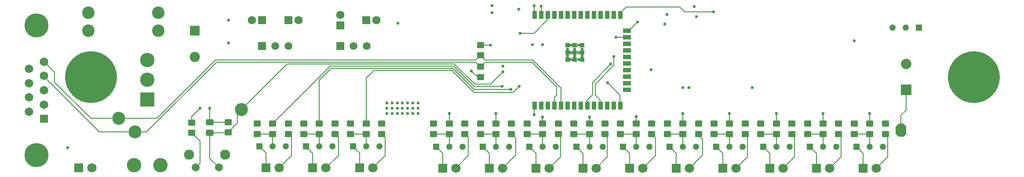
<source format=gbr>
%TF.GenerationSoftware,KiCad,Pcbnew,9.0.1*%
%TF.CreationDate,2025-06-18T18:38:46+02:00*%
%TF.ProjectId,open_g_db,6f70656e-5f67-45f6-9462-2e6b69636164,rev?*%
%TF.SameCoordinates,Original*%
%TF.FileFunction,Copper,L4,Bot*%
%TF.FilePolarity,Positive*%
%FSLAX46Y46*%
G04 Gerber Fmt 4.6, Leading zero omitted, Abs format (unit mm)*
G04 Created by KiCad (PCBNEW 9.0.1) date 2025-06-18 18:38:46*
%MOMM*%
%LPD*%
G01*
G04 APERTURE LIST*
G04 Aperture macros list*
%AMRoundRect*
0 Rectangle with rounded corners*
0 $1 Rounding radius*
0 $2 $3 $4 $5 $6 $7 $8 $9 X,Y pos of 4 corners*
0 Add a 4 corners polygon primitive as box body*
4,1,4,$2,$3,$4,$5,$6,$7,$8,$9,$2,$3,0*
0 Add four circle primitives for the rounded corners*
1,1,$1+$1,$2,$3*
1,1,$1+$1,$4,$5*
1,1,$1+$1,$6,$7*
1,1,$1+$1,$8,$9*
0 Add four rect primitives between the rounded corners*
20,1,$1+$1,$2,$3,$4,$5,0*
20,1,$1+$1,$4,$5,$6,$7,0*
20,1,$1+$1,$6,$7,$8,$9,0*
20,1,$1+$1,$8,$9,$2,$3,0*%
G04 Aperture macros list end*
%TA.AperFunction,ComponentPad*%
%ADD10R,1.800000X1.800000*%
%TD*%
%TA.AperFunction,ComponentPad*%
%ADD11C,1.800000*%
%TD*%
%TA.AperFunction,ComponentPad*%
%ADD12R,1.234000X1.234000*%
%TD*%
%TA.AperFunction,ComponentPad*%
%ADD13C,1.234000*%
%TD*%
%TA.AperFunction,ComponentPad*%
%ADD14R,1.600000X1.600000*%
%TD*%
%TA.AperFunction,ComponentPad*%
%ADD15C,1.600000*%
%TD*%
%TA.AperFunction,ComponentPad*%
%ADD16R,1.650000X1.650000*%
%TD*%
%TA.AperFunction,ComponentPad*%
%ADD17C,1.650000*%
%TD*%
%TA.AperFunction,ComponentPad*%
%ADD18C,4.650000*%
%TD*%
%TA.AperFunction,ComponentPad*%
%ADD19R,2.000000X2.000000*%
%TD*%
%TA.AperFunction,ComponentPad*%
%ADD20C,2.000000*%
%TD*%
%TA.AperFunction,ComponentPad*%
%ADD21C,0.900000*%
%TD*%
%TA.AperFunction,ComponentPad*%
%ADD22C,10.000000*%
%TD*%
%TA.AperFunction,ComponentPad*%
%ADD23R,1.500000X1.500000*%
%TD*%
%TA.AperFunction,ComponentPad*%
%ADD24C,1.500000*%
%TD*%
%TA.AperFunction,ComponentPad*%
%ADD25C,1.540000*%
%TD*%
%TA.AperFunction,ComponentPad*%
%ADD26C,1.950000*%
%TD*%
%TA.AperFunction,ComponentPad*%
%ADD27C,2.400000*%
%TD*%
%TA.AperFunction,ComponentPad*%
%ADD28R,1.980000X1.980000*%
%TD*%
%TA.AperFunction,ComponentPad*%
%ADD29C,1.980000*%
%TD*%
%TA.AperFunction,ComponentPad*%
%ADD30R,2.775000X2.775000*%
%TD*%
%TA.AperFunction,ComponentPad*%
%ADD31C,2.775000*%
%TD*%
%TA.AperFunction,SMDPad,CuDef*%
%ADD32RoundRect,0.250000X-0.450000X0.350000X-0.450000X-0.350000X0.450000X-0.350000X0.450000X0.350000X0*%
%TD*%
%TA.AperFunction,SMDPad,CuDef*%
%ADD33C,2.500000*%
%TD*%
%TA.AperFunction,SMDPad,CuDef*%
%ADD34RoundRect,0.250000X0.475000X-0.337500X0.475000X0.337500X-0.475000X0.337500X-0.475000X-0.337500X0*%
%TD*%
%TA.AperFunction,SMDPad,CuDef*%
%ADD35RoundRect,0.250000X0.450000X-0.350000X0.450000X0.350000X-0.450000X0.350000X-0.450000X-0.350000X0*%
%TD*%
%TA.AperFunction,SMDPad,CuDef*%
%ADD36R,0.900000X1.500000*%
%TD*%
%TA.AperFunction,SMDPad,CuDef*%
%ADD37R,1.500000X0.900000*%
%TD*%
%TA.AperFunction,HeatsinkPad*%
%ADD38R,0.900000X0.900000*%
%TD*%
%TA.AperFunction,HeatsinkPad*%
%ADD39C,0.600000*%
%TD*%
%TA.AperFunction,ViaPad*%
%ADD40C,0.600000*%
%TD*%
%TA.AperFunction,Conductor*%
%ADD41C,0.200000*%
%TD*%
G04 APERTURE END LIST*
D10*
%TO.P,D13,1,K*%
%TO.N,Net-(D13-K)*%
X181730000Y-92595000D03*
D11*
%TO.P,D13,2,A*%
%TO.N,Net-(D13-A)*%
X184270000Y-92595000D03*
%TD*%
D10*
%TO.P,D11,1,K*%
%TO.N,Net-(D11-K)*%
X163730000Y-92595000D03*
D11*
%TO.P,D11,2,A*%
%TO.N,Net-(D11-A)*%
X166270000Y-92595000D03*
%TD*%
D12*
%TO.P,Q4,1*%
%TO.N,Net-(D6-K)*%
X110460000Y-88400000D03*
D13*
%TO.P,Q4,2*%
%TO.N,Net-(Q4-Pad2)*%
X113000000Y-88400000D03*
%TO.P,Q4,3*%
%TO.N,GND*%
X115540000Y-88400000D03*
%TD*%
D14*
%TO.P,C4,1*%
%TO.N,+12V*%
X93000000Y-64000000D03*
D15*
%TO.P,C4,2*%
%TO.N,GND*%
X91000000Y-64000000D03*
%TD*%
D14*
%TO.P,C10,1*%
%TO.N,+5V*%
X113000000Y-64000000D03*
D15*
%TO.P,C10,2*%
%TO.N,GND*%
X115000000Y-64000000D03*
%TD*%
D10*
%TO.P,D16,1,K*%
%TO.N,Net-(D16-K)*%
X208730000Y-92595000D03*
D11*
%TO.P,D16,2,A*%
%TO.N,Net-(D16-A)*%
X211270000Y-92595000D03*
%TD*%
D16*
%TO.P,J1,1,1*%
%TO.N,GND*%
X50940000Y-83085000D03*
D17*
%TO.P,J1,2,2*%
%TO.N,+12V*%
X50940000Y-80315000D03*
%TO.P,J1,3,3*%
%TO.N,unconnected-(J1-Pad3)*%
X50940000Y-77545000D03*
%TO.P,J1,4,4*%
%TO.N,/UART_1_TX*%
X50940000Y-74775000D03*
%TO.P,J1,5,5*%
%TO.N,/UART_1_RX*%
X50940000Y-72005000D03*
%TO.P,J1,6,6*%
%TO.N,unconnected-(J1-Pad6)*%
X48100000Y-81700000D03*
%TO.P,J1,7,7*%
%TO.N,+12P*%
X48100000Y-78930000D03*
%TO.P,J1,8,8*%
%TO.N,GND*%
X48100000Y-76160000D03*
%TO.P,J1,9,9*%
%TO.N,unconnected-(J1-Pad9)*%
X48100000Y-73390000D03*
D18*
%TO.P,J1,MH1*%
%TO.N,N/C*%
X49520000Y-90040000D03*
%TO.P,J1,MH2*%
X49520000Y-65050000D03*
%TD*%
D12*
%TO.P,Q3,1*%
%TO.N,Net-(D5-K)*%
X101460000Y-88400000D03*
D13*
%TO.P,Q3,2*%
%TO.N,Net-(Q3-Pad2)*%
X104000000Y-88400000D03*
%TO.P,Q3,3*%
%TO.N,GND*%
X106540000Y-88400000D03*
%TD*%
D12*
%TO.P,Q12,1*%
%TO.N,Net-(D14-K)*%
X189460000Y-88430000D03*
D13*
%TO.P,Q12,2*%
%TO.N,Net-(Q12-Pad2)*%
X192000000Y-88430000D03*
%TO.P,Q12,3*%
%TO.N,GND*%
X194540000Y-88430000D03*
%TD*%
D19*
%TO.P,LS1,1,+*%
%TO.N,LED_PWR*%
X217000000Y-77500000D03*
D20*
%TO.P,LS1,2,-*%
%TO.N,Net-(D3-A)*%
X217000000Y-72500000D03*
%TD*%
D21*
%TO.P,H2,1*%
%TO.N,N/C*%
X56250000Y-75000000D03*
X57348350Y-72348350D03*
X57348350Y-77651650D03*
X60000000Y-71250000D03*
D22*
X60000000Y-75000000D03*
D21*
X60000000Y-78750000D03*
X62651650Y-72348350D03*
X62651650Y-77651650D03*
X63750000Y-75000000D03*
%TD*%
D10*
%TO.P,D15,1,K*%
%TO.N,Net-(D15-K)*%
X199730000Y-92595000D03*
D11*
%TO.P,D15,2,A*%
%TO.N,Net-(D15-A)*%
X202270000Y-92595000D03*
%TD*%
D12*
%TO.P,Q9,1*%
%TO.N,Net-(D11-K)*%
X162460000Y-88430000D03*
D13*
%TO.P,Q9,2*%
%TO.N,Net-(Q9-Pad2)*%
X165000000Y-88430000D03*
%TO.P,Q9,3*%
%TO.N,GND*%
X167540000Y-88430000D03*
%TD*%
D12*
%TO.P,Q13,1*%
%TO.N,Net-(D15-K)*%
X198460000Y-88430000D03*
D13*
%TO.P,Q13,2*%
%TO.N,Net-(Q13-Pad2)*%
X201000000Y-88430000D03*
%TO.P,Q13,3*%
%TO.N,GND*%
X203540000Y-88430000D03*
%TD*%
D12*
%TO.P,Q1,1*%
%TO.N,Net-(D3-A)*%
X219440000Y-65470000D03*
D13*
%TO.P,Q1,2*%
%TO.N,Net-(Q1-Pad2)*%
X216900000Y-65470000D03*
%TO.P,Q1,3*%
%TO.N,GND*%
X214360001Y-65470000D03*
%TD*%
D23*
%TO.P,PS2,1,+VIN*%
%TO.N,+12V*%
X108000000Y-69000000D03*
D24*
%TO.P,PS2,2,-VOUT*%
%TO.N,GND*%
X110540000Y-69000000D03*
%TO.P,PS2,3,GND*%
%TO.N,+5V*%
X113080000Y-69000000D03*
%TD*%
D10*
%TO.P,D10,1,K*%
%TO.N,Net-(D10-K)*%
X154730000Y-92595000D03*
D11*
%TO.P,D10,2,A*%
%TO.N,Net-(D10-A)*%
X157270000Y-92595000D03*
%TD*%
D12*
%TO.P,Q10,1*%
%TO.N,Net-(D12-K)*%
X171460000Y-88430000D03*
D13*
%TO.P,Q10,2*%
%TO.N,Net-(Q10-Pad2)*%
X174000000Y-88430000D03*
%TO.P,Q10,3*%
%TO.N,GND*%
X176540000Y-88430000D03*
%TD*%
D10*
%TO.P,D4,1,K*%
%TO.N,Net-(D4-K)*%
X93730000Y-92565000D03*
D11*
%TO.P,D4,2,A*%
%TO.N,Net-(D4-A)*%
X96270000Y-92565000D03*
%TD*%
D10*
%TO.P,D6,1,K*%
%TO.N,Net-(D6-K)*%
X111730000Y-92565000D03*
D11*
%TO.P,D6,2,A*%
%TO.N,Net-(D6-A)*%
X114270000Y-92565000D03*
%TD*%
D10*
%TO.P,D12,1,K*%
%TO.N,Net-(D12-K)*%
X172730000Y-92595000D03*
D11*
%TO.P,D12,2,A*%
%TO.N,Net-(D12-A)*%
X175270000Y-92595000D03*
%TD*%
D14*
%TO.P,C5,1*%
%TO.N,+3V3*%
X98000000Y-64000000D03*
D15*
%TO.P,C5,2*%
%TO.N,GND*%
X100000000Y-64000000D03*
%TD*%
D12*
%TO.P,Q5,1*%
%TO.N,Net-(D7-K)*%
X126460000Y-88430000D03*
D13*
%TO.P,Q5,2*%
%TO.N,Net-(Q5-Pad2)*%
X129000000Y-88430000D03*
%TO.P,Q5,3*%
%TO.N,GND*%
X131540000Y-88430000D03*
%TD*%
D25*
%TO.P,J2,1,1*%
%TO.N,Net-(J2-Pad1)*%
X80135000Y-92490000D03*
%TO.P,J2,2,2*%
%TO.N,/QUERY_BTN*%
X84635000Y-92490000D03*
D26*
%TO.P,J2,3,3*%
%TO.N,unconnected-(J2-Pad3)*%
X85890000Y-90000000D03*
%TO.P,J2,4,4*%
%TO.N,unconnected-(J2-Pad4)*%
X78880000Y-90000000D03*
%TD*%
D12*
%TO.P,Q6,1*%
%TO.N,Net-(D8-K)*%
X135460000Y-88430000D03*
D13*
%TO.P,Q6,2*%
%TO.N,Net-(Q6-Pad2)*%
X138000000Y-88430000D03*
%TO.P,Q6,3*%
%TO.N,GND*%
X140540000Y-88430000D03*
%TD*%
D27*
%TO.P,F1,1*%
%TO.N,+12V*%
X73000000Y-66000000D03*
X73000000Y-62600000D03*
%TO.P,F1,2*%
%TO.N,Net-(S1-COM)*%
X59530000Y-66000000D03*
X59530000Y-62600000D03*
%TD*%
D10*
%TO.P,D7,1,K*%
%TO.N,Net-(D7-K)*%
X127730000Y-92595000D03*
D11*
%TO.P,D7,2,A*%
%TO.N,Net-(D7-A)*%
X130270000Y-92595000D03*
%TD*%
D28*
%TO.P,D1,1*%
%TO.N,+12V*%
X80000000Y-66000000D03*
D29*
%TO.P,D1,2*%
%TO.N,GND*%
X80000000Y-71150000D03*
%TD*%
D14*
%TO.P,C9,1*%
%TO.N,+12V*%
X108000000Y-65000000D03*
D15*
%TO.P,C9,2*%
%TO.N,GND*%
X108000000Y-63000000D03*
%TD*%
D21*
%TO.P,H1,1*%
%TO.N,N/C*%
X226250000Y-75000000D03*
X227348350Y-72348350D03*
X227348350Y-77651650D03*
X230000000Y-71250000D03*
D22*
X230000000Y-75000000D03*
D21*
X230000000Y-78750000D03*
X232651650Y-72348350D03*
X232651650Y-77651650D03*
X233750000Y-75000000D03*
%TD*%
D12*
%TO.P,Q2,1*%
%TO.N,Net-(D4-K)*%
X92460000Y-88400000D03*
D13*
%TO.P,Q2,2*%
%TO.N,Net-(Q2-Pad2)*%
X95000000Y-88400000D03*
%TO.P,Q2,3*%
%TO.N,GND*%
X97540000Y-88400000D03*
%TD*%
D23*
%TO.P,PS1,1,+VIN*%
%TO.N,+12V*%
X93000000Y-69035000D03*
D24*
%TO.P,PS1,2,GND*%
%TO.N,GND*%
X95540000Y-69035000D03*
%TO.P,PS1,3,+VOUT*%
%TO.N,+3V3*%
X98080000Y-69035000D03*
%TD*%
D10*
%TO.P,D5,1,K*%
%TO.N,Net-(D5-K)*%
X102730000Y-92565000D03*
D11*
%TO.P,D5,2,A*%
%TO.N,Net-(D5-A)*%
X105270000Y-92565000D03*
%TD*%
D12*
%TO.P,Q14,1*%
%TO.N,Net-(D16-K)*%
X207460000Y-88430000D03*
D13*
%TO.P,Q14,2*%
%TO.N,Net-(Q14-Pad2)*%
X210000000Y-88430000D03*
%TO.P,Q14,3*%
%TO.N,GND*%
X212540000Y-88430000D03*
%TD*%
D30*
%TO.P,S1,1,NO*%
%TO.N,+12P*%
X70900000Y-79300000D03*
D31*
%TO.P,S1,2,COM*%
%TO.N,Net-(S1-COM)*%
X70900000Y-75490000D03*
%TO.P,S1,3,NC*%
%TO.N,unconnected-(S1-NC-Pad3)*%
X70900000Y-71680000D03*
%TO.P,S1,MH1,MH1*%
%TO.N,unconnected-(S1-PadMH1)*%
X73440000Y-92000000D03*
%TO.P,S1,MH2,MH2*%
%TO.N,unconnected-(S1-PadMH2)*%
X68360000Y-92000000D03*
%TD*%
D12*
%TO.P,Q11,1*%
%TO.N,Net-(D13-K)*%
X180460000Y-88430000D03*
D13*
%TO.P,Q11,2*%
%TO.N,Net-(Q11-Pad2)*%
X183000000Y-88430000D03*
%TO.P,Q11,3*%
%TO.N,GND*%
X185540000Y-88430000D03*
%TD*%
D12*
%TO.P,Q7,1*%
%TO.N,Net-(D9-K)*%
X144460000Y-88430000D03*
D13*
%TO.P,Q7,2*%
%TO.N,Net-(Q7-Pad2)*%
X147000000Y-88430000D03*
%TO.P,Q7,3*%
%TO.N,GND*%
X149540000Y-88430000D03*
%TD*%
D12*
%TO.P,Q8,1*%
%TO.N,Net-(D10-K)*%
X153460000Y-88430000D03*
D13*
%TO.P,Q8,2*%
%TO.N,Net-(Q8-Pad2)*%
X156000000Y-88430000D03*
%TO.P,Q8,3*%
%TO.N,GND*%
X158540000Y-88430000D03*
%TD*%
D10*
%TO.P,D8,1,K*%
%TO.N,Net-(D8-K)*%
X136730000Y-92595000D03*
D11*
%TO.P,D8,2,A*%
%TO.N,Net-(D8-A)*%
X139270000Y-92595000D03*
%TD*%
D10*
%TO.P,D2,1,K*%
%TO.N,GND*%
X57630000Y-92565000D03*
D11*
%TO.P,D2,2,A*%
%TO.N,Net-(D2-A)*%
X60170000Y-92565000D03*
%TD*%
D10*
%TO.P,D14,1,K*%
%TO.N,Net-(D14-K)*%
X190730000Y-92595000D03*
D11*
%TO.P,D14,2,A*%
%TO.N,Net-(D14-A)*%
X193270000Y-92595000D03*
%TD*%
D10*
%TO.P,D9,1,K*%
%TO.N,Net-(D9-K)*%
X145730000Y-92595000D03*
D11*
%TO.P,D9,2,A*%
%TO.N,Net-(D9-A)*%
X148270000Y-92595000D03*
%TD*%
D32*
%TO.P,R51,1*%
%TO.N,GND*%
X198000000Y-84000000D03*
%TO.P,R51,2*%
%TO.N,Net-(Q13-Pad2)*%
X198000000Y-86000000D03*
%TD*%
D33*
%TO.P,TP4,1,1*%
%TO.N,/QUERY_BTN*%
X89000000Y-81300000D03*
%TD*%
D32*
%TO.P,R22,1*%
%TO.N,GND*%
X110000000Y-84000000D03*
%TO.P,R22,2*%
%TO.N,Net-(Q4-Pad2)*%
X110000000Y-86000000D03*
%TD*%
%TO.P,R48,1*%
%TO.N,GND*%
X171000000Y-84000000D03*
%TO.P,R48,2*%
%TO.N,Net-(Q10-Pad2)*%
X171000000Y-86000000D03*
%TD*%
%TO.P,R32,1*%
%TO.N,LED_PWR*%
X213000000Y-84000000D03*
%TO.P,R32,2*%
%TO.N,Net-(D16-A)*%
X213000000Y-86000000D03*
%TD*%
%TO.P,R5,1*%
%TO.N,+3V3*%
X79400000Y-83800000D03*
%TO.P,R5,2*%
%TO.N,Net-(J2-Pad1)*%
X79400000Y-85800000D03*
%TD*%
D34*
%TO.P,C6,1*%
%TO.N,/QUERY_BTN*%
X82900000Y-85775000D03*
%TO.P,C6,2*%
%TO.N,GND*%
X82900000Y-83700000D03*
%TD*%
D35*
%TO.P,R9,1*%
%TO.N,+3V3*%
X135000000Y-75000000D03*
%TO.P,R9,2*%
%TO.N,/UART_1_TX*%
X135000000Y-73000000D03*
%TD*%
D32*
%TO.P,R21,1*%
%TO.N,GND*%
X101000000Y-84000000D03*
%TO.P,R21,2*%
%TO.N,Net-(Q3-Pad2)*%
X101000000Y-86000000D03*
%TD*%
%TO.P,R6,1*%
%TO.N,+3V3*%
X135000000Y-68800000D03*
%TO.P,R6,2*%
%TO.N,/UART_1_RX*%
X135000000Y-70800000D03*
%TD*%
%TO.P,R40,1*%
%TO.N,/Portexpander_LED/DP_LED_8*%
X192000000Y-84000000D03*
%TO.P,R40,2*%
%TO.N,Net-(Q12-Pad2)*%
X192000000Y-86000000D03*
%TD*%
%TO.P,R41,1*%
%TO.N,/Portexpander_LED/DP_LED_9*%
X201000000Y-84000000D03*
%TO.P,R41,2*%
%TO.N,Net-(Q13-Pad2)*%
X201000000Y-86000000D03*
%TD*%
%TO.P,R35,1*%
%TO.N,/Portexpander_LED/DP_LED_3*%
X147000000Y-84000000D03*
%TO.P,R35,2*%
%TO.N,Net-(Q7-Pad2)*%
X147000000Y-86000000D03*
%TD*%
%TO.P,R49,1*%
%TO.N,GND*%
X180000000Y-84000000D03*
%TO.P,R49,2*%
%TO.N,Net-(Q11-Pad2)*%
X180000000Y-86000000D03*
%TD*%
%TO.P,R25,1*%
%TO.N,LED_PWR*%
X150000000Y-84000000D03*
%TO.P,R25,2*%
%TO.N,Net-(D9-A)*%
X150000000Y-86000000D03*
%TD*%
%TO.P,R42,1*%
%TO.N,/Portexpander_LED/DP_LED_10*%
X210000000Y-84000000D03*
%TO.P,R42,2*%
%TO.N,Net-(Q14-Pad2)*%
X210000000Y-86000000D03*
%TD*%
%TO.P,R38,1*%
%TO.N,/Portexpander_LED/DP_LED_6*%
X174000000Y-84000000D03*
%TO.P,R38,2*%
%TO.N,Net-(Q10-Pad2)*%
X174000000Y-86000000D03*
%TD*%
%TO.P,R44,1*%
%TO.N,GND*%
X135000000Y-84000000D03*
%TO.P,R44,2*%
%TO.N,Net-(Q6-Pad2)*%
X135000000Y-86000000D03*
%TD*%
%TO.P,R52,1*%
%TO.N,GND*%
X207000000Y-84000000D03*
%TO.P,R52,2*%
%TO.N,Net-(Q14-Pad2)*%
X207000000Y-86000000D03*
%TD*%
D35*
%TO.P,R8,1*%
%TO.N,/QUERY_BTN*%
X86400000Y-85700000D03*
%TO.P,R8,2*%
%TO.N,GND*%
X86400000Y-83700000D03*
%TD*%
D32*
%TO.P,R43,1*%
%TO.N,GND*%
X126000000Y-84000000D03*
%TO.P,R43,2*%
%TO.N,Net-(Q5-Pad2)*%
X126000000Y-86000000D03*
%TD*%
%TO.P,R19,1*%
%TO.N,/Portexpander_LED/IND_LED_3*%
X113000000Y-84000000D03*
%TO.P,R19,2*%
%TO.N,Net-(Q4-Pad2)*%
X113000000Y-86000000D03*
%TD*%
%TO.P,R24,1*%
%TO.N,LED_PWR*%
X141000000Y-84000000D03*
%TO.P,R24,2*%
%TO.N,Net-(D8-A)*%
X141000000Y-86000000D03*
%TD*%
%TO.P,R27,1*%
%TO.N,LED_PWR*%
X168000000Y-84000000D03*
%TO.P,R27,2*%
%TO.N,Net-(D11-A)*%
X168000000Y-86000000D03*
%TD*%
%TO.P,R20,1*%
%TO.N,GND*%
X92000000Y-84000000D03*
%TO.P,R20,2*%
%TO.N,Net-(Q2-Pad2)*%
X92000000Y-86000000D03*
%TD*%
%TO.P,R16,1*%
%TO.N,LED_PWR*%
X116000000Y-84000000D03*
%TO.P,R16,2*%
%TO.N,Net-(D6-A)*%
X116000000Y-86000000D03*
%TD*%
%TO.P,R30,1*%
%TO.N,LED_PWR*%
X195000000Y-84000000D03*
%TO.P,R30,2*%
%TO.N,Net-(D14-A)*%
X195000000Y-86000000D03*
%TD*%
%TO.P,R15,1*%
%TO.N,LED_PWR*%
X107000000Y-84000000D03*
%TO.P,R15,2*%
%TO.N,Net-(D5-A)*%
X107000000Y-86000000D03*
%TD*%
%TO.P,R14,1*%
%TO.N,LED_PWR*%
X98000000Y-84000000D03*
%TO.P,R14,2*%
%TO.N,Net-(D4-A)*%
X98000000Y-86000000D03*
%TD*%
%TO.P,R31,1*%
%TO.N,LED_PWR*%
X204000000Y-84000000D03*
%TO.P,R31,2*%
%TO.N,Net-(D15-A)*%
X204000000Y-86000000D03*
%TD*%
%TO.P,R33,1*%
%TO.N,/Portexpander_LED/DP_LED_1*%
X129000000Y-84000000D03*
%TO.P,R33,2*%
%TO.N,Net-(Q5-Pad2)*%
X129000000Y-86000000D03*
%TD*%
D36*
%TO.P,U1,1,GND*%
%TO.N,GND*%
X145460000Y-63000000D03*
%TO.P,U1,2,VDD*%
%TO.N,+3V3*%
X146730000Y-63000000D03*
%TO.P,U1,3,EN*%
%TO.N,/ESP2_EN*%
X148000000Y-63000000D03*
%TO.P,U1,4,SENSOR_VP*%
%TO.N,unconnected-(U1-SENSOR_VP-Pad4)*%
X149270000Y-63000000D03*
%TO.P,U1,5,SENSOR_VN*%
%TO.N,unconnected-(U1-SENSOR_VN-Pad5)*%
X150540000Y-63000000D03*
%TO.P,U1,6,IO34*%
%TO.N,unconnected-(U1-IO34-Pad6)*%
X151810000Y-63000000D03*
%TO.P,U1,7,IO35*%
%TO.N,unconnected-(U1-IO35-Pad7)*%
X153080000Y-63000000D03*
%TO.P,U1,8,IO32*%
%TO.N,unconnected-(U1-IO32-Pad8)*%
X154350000Y-63000000D03*
%TO.P,U1,9,IO33*%
%TO.N,unconnected-(U1-IO33-Pad9)*%
X155620000Y-63000000D03*
%TO.P,U1,10,IO25*%
%TO.N,unconnected-(U1-IO25-Pad10)*%
X156890000Y-63000000D03*
%TO.P,U1,11,IO26*%
%TO.N,unconnected-(U1-IO26-Pad11)*%
X158160000Y-63000000D03*
%TO.P,U1,12,IO27*%
%TO.N,unconnected-(U1-IO27-Pad12)*%
X159430000Y-63000000D03*
%TO.P,U1,13,IO14*%
%TO.N,unconnected-(U1-IO14-Pad13)*%
X160700000Y-63000000D03*
%TO.P,U1,14,IO12*%
%TO.N,/BUZZER_EN*%
X161970000Y-63000000D03*
D37*
%TO.P,U1,15,GND*%
%TO.N,GND*%
X163220000Y-66035000D03*
%TO.P,U1,16,IO13*%
%TO.N,/QUERY_BTN*%
X163220000Y-67305000D03*
%TO.P,U1,17,NC*%
%TO.N,unconnected-(U1-NC-Pad17)*%
X163220000Y-68575000D03*
%TO.P,U1,18,NC*%
%TO.N,unconnected-(U1-NC-Pad18)*%
X163220000Y-69845000D03*
%TO.P,U1,19,NC*%
%TO.N,unconnected-(U1-NC-Pad19)*%
X163220000Y-71115000D03*
%TO.P,U1,20,NC*%
%TO.N,unconnected-(U1-NC-Pad20)*%
X163220000Y-72385000D03*
%TO.P,U1,21,NC*%
%TO.N,unconnected-(U1-NC-Pad21)*%
X163220000Y-73655000D03*
%TO.P,U1,22,NC*%
%TO.N,unconnected-(U1-NC-Pad22)*%
X163220000Y-74925000D03*
%TO.P,U1,23,IO15*%
%TO.N,unconnected-(U1-IO15-Pad23)*%
X163220000Y-76195000D03*
%TO.P,U1,24,IO2*%
%TO.N,unconnected-(U1-IO2-Pad24)*%
X163220000Y-77465000D03*
D36*
%TO.P,U1,25,IO0*%
%TO.N,/ESP2_BOOT*%
X161970000Y-80500000D03*
%TO.P,U1,26,IO4*%
%TO.N,unconnected-(U1-IO4-Pad26)*%
X160700000Y-80500000D03*
%TO.P,U1,27,IO16*%
%TO.N,unconnected-(U1-IO16-Pad27)*%
X159430000Y-80500000D03*
%TO.P,U1,28,IO17*%
%TO.N,I2C_1_SDA*%
X158160000Y-80500000D03*
%TO.P,U1,29,IO5*%
%TO.N,unconnected-(U1-IO5-Pad29)*%
X156890000Y-80500000D03*
%TO.P,U1,30,IO18*%
%TO.N,I2C_1_SCL*%
X155620000Y-80500000D03*
%TO.P,U1,31,IO19*%
%TO.N,unconnected-(U1-IO19-Pad31)*%
X154350000Y-80500000D03*
%TO.P,U1,32,NC*%
%TO.N,unconnected-(U1-NC-Pad32)*%
X153080000Y-80500000D03*
%TO.P,U1,33,IO21*%
%TO.N,unconnected-(U1-IO21-Pad33)*%
X151810000Y-80500000D03*
%TO.P,U1,34,RXD0/IO3*%
%TO.N,/UART_1_RX*%
X150540000Y-80500000D03*
%TO.P,U1,35,TXD0/IO1*%
%TO.N,/UART_1_TX*%
X149270000Y-80500000D03*
%TO.P,U1,36,IO22*%
%TO.N,unconnected-(U1-IO22-Pad36)*%
X148000000Y-80500000D03*
%TO.P,U1,37,IO23*%
%TO.N,unconnected-(U1-IO23-Pad37)*%
X146730000Y-80500000D03*
%TO.P,U1,38,GND*%
%TO.N,GND*%
X145460000Y-80500000D03*
D38*
%TO.P,U1,39,GND*%
X154580000Y-68850000D03*
D39*
X153880000Y-68850000D03*
D38*
X153180000Y-68850000D03*
D39*
X152480000Y-68850000D03*
D38*
X151780000Y-68850000D03*
D39*
X154580000Y-69550000D03*
X153180000Y-69550000D03*
X151780000Y-69550000D03*
D38*
X154580000Y-70250000D03*
D39*
X153880000Y-70250000D03*
D38*
X153180000Y-70250000D03*
D39*
X152480000Y-70250000D03*
D38*
X151780000Y-70250000D03*
D39*
X154580000Y-70950000D03*
X153180000Y-70950000D03*
X151780000Y-70950000D03*
D38*
X154580000Y-71650000D03*
D39*
X153880000Y-71650000D03*
D38*
X153180000Y-71650000D03*
D39*
X152480000Y-71650000D03*
D38*
X151780000Y-71650000D03*
%TD*%
D32*
%TO.P,R39,1*%
%TO.N,/Portexpander_LED/DP_LED_7*%
X183000000Y-84000000D03*
%TO.P,R39,2*%
%TO.N,Net-(Q11-Pad2)*%
X183000000Y-86000000D03*
%TD*%
%TO.P,R45,1*%
%TO.N,GND*%
X144000000Y-84000000D03*
%TO.P,R45,2*%
%TO.N,Net-(Q7-Pad2)*%
X144000000Y-86000000D03*
%TD*%
%TO.P,R50,1*%
%TO.N,GND*%
X189000000Y-84000000D03*
%TO.P,R50,2*%
%TO.N,Net-(Q12-Pad2)*%
X189000000Y-86000000D03*
%TD*%
%TO.P,R29,1*%
%TO.N,LED_PWR*%
X186000000Y-84000000D03*
%TO.P,R29,2*%
%TO.N,Net-(D13-A)*%
X186000000Y-86000000D03*
%TD*%
%TO.P,R34,1*%
%TO.N,/Portexpander_LED/DP_LED_2*%
X138000000Y-84000000D03*
%TO.P,R34,2*%
%TO.N,Net-(Q6-Pad2)*%
X138000000Y-86000000D03*
%TD*%
%TO.P,R26,1*%
%TO.N,LED_PWR*%
X159000000Y-84000000D03*
%TO.P,R26,2*%
%TO.N,Net-(D10-A)*%
X159000000Y-86000000D03*
%TD*%
%TO.P,R28,1*%
%TO.N,LED_PWR*%
X177000000Y-84000000D03*
%TO.P,R28,2*%
%TO.N,Net-(D12-A)*%
X177000000Y-86000000D03*
%TD*%
%TO.P,R17,1*%
%TO.N,/Portexpander_LED/IND_LED_1*%
X95000000Y-84000000D03*
%TO.P,R17,2*%
%TO.N,Net-(Q2-Pad2)*%
X95000000Y-86000000D03*
%TD*%
%TO.P,R47,1*%
%TO.N,GND*%
X162000000Y-84000000D03*
%TO.P,R47,2*%
%TO.N,Net-(Q9-Pad2)*%
X162000000Y-86000000D03*
%TD*%
%TO.P,R37,1*%
%TO.N,/Portexpander_LED/DP_LED_5*%
X165000000Y-84000000D03*
%TO.P,R37,2*%
%TO.N,Net-(Q9-Pad2)*%
X165000000Y-86000000D03*
%TD*%
%TO.P,R46,1*%
%TO.N,GND*%
X153000000Y-84000000D03*
%TO.P,R46,2*%
%TO.N,Net-(Q8-Pad2)*%
X153000000Y-86000000D03*
%TD*%
%TO.P,R36,1*%
%TO.N,/Portexpander_LED/DP_LED_4*%
X156000000Y-84000000D03*
%TO.P,R36,2*%
%TO.N,Net-(Q8-Pad2)*%
X156000000Y-86000000D03*
%TD*%
%TO.P,R23,1*%
%TO.N,LED_PWR*%
X132000000Y-84000000D03*
%TO.P,R23,2*%
%TO.N,Net-(D7-A)*%
X132000000Y-86000000D03*
%TD*%
D33*
%TO.P,TP7,1,1*%
%TO.N,/UART_1_TX*%
X68500000Y-85600000D03*
%TD*%
%TO.P,TP6,1,1*%
%TO.N,/UART_1_RX*%
X65400000Y-83000000D03*
%TD*%
D32*
%TO.P,R18,1*%
%TO.N,/Portexpander_LED/IND_LED_2*%
X104000000Y-84000000D03*
%TO.P,R18,2*%
%TO.N,Net-(Q3-Pad2)*%
X104000000Y-86000000D03*
%TD*%
D40*
%TO.N,+3V3*%
X167900000Y-73600000D03*
X146700000Y-61300000D03*
X133300000Y-73800000D03*
X81000000Y-81000000D03*
X147000000Y-68700000D03*
X170500000Y-64800000D03*
X137000000Y-68800000D03*
X142400000Y-61900000D03*
X170900000Y-62900000D03*
X119100000Y-64600000D03*
%TO.N,GND*%
X82900000Y-81000000D03*
X165300000Y-64300000D03*
X86500000Y-68400000D03*
X145400000Y-61200000D03*
X207000000Y-84000000D03*
X176200000Y-61400000D03*
X171000000Y-84000000D03*
X175200000Y-77000000D03*
X101060000Y-84000000D03*
X144000000Y-84000000D03*
X139400000Y-72900000D03*
X153000000Y-84000000D03*
X126100000Y-84000000D03*
X92060000Y-84000000D03*
X187400000Y-77000000D03*
X176600000Y-63300000D03*
X189000000Y-84000000D03*
X180000000Y-84000000D03*
X135000000Y-84000000D03*
X145000000Y-68700000D03*
X137200000Y-62600000D03*
X162000000Y-84000000D03*
X174000000Y-77000000D03*
X110000000Y-84000000D03*
X207000000Y-68000000D03*
X145400000Y-82300000D03*
X137200000Y-61200000D03*
X198000000Y-84000000D03*
%TO.N,/ESP2_EN*%
X142700000Y-66500000D03*
%TO.N,/ESP2_BOOT*%
X159500000Y-76100000D03*
%TO.N,+12V*%
X55500000Y-88600000D03*
X86500000Y-64000000D03*
%TO.N,/QUERY_BTN*%
X139400000Y-74000000D03*
X161100000Y-67300000D03*
%TO.N,/BUZZER_EN*%
X179900000Y-62400000D03*
%TO.N,I2C_1_SCL*%
X160100000Y-72500000D03*
%TO.N,I2C_1_SDA*%
X160725735Y-71025735D03*
%TO.N,/Portexpander_LED/DP_LED_4*%
X156000000Y-82700000D03*
%TO.N,/Portexpander_LED/DP_LED_5*%
X165000000Y-82600000D03*
%TO.N,/Portexpander_LED/DP_LED_6*%
X174000000Y-82000000D03*
%TO.N,/Portexpander_LED/DP_LED_7*%
X183000000Y-82000000D03*
%TO.N,/Portexpander_LED/DP_LED_8*%
X192000000Y-82000000D03*
%TO.N,/Portexpander_LED/DP_LED_9*%
X201000000Y-82000000D03*
%TO.N,/Portexpander_LED/DP_LED_3*%
X147000000Y-82700000D03*
%TO.N,/Portexpander_LED/DP_LED_10*%
X210000000Y-82000000D03*
%TO.N,/Portexpander_LED/DP_LED_2*%
X138000000Y-82000000D03*
%TO.N,/Portexpander_LED/DP_LED_1*%
X129000000Y-82000000D03*
%TO.N,/Portexpander_LED/IND_LED_1*%
X139199000Y-76801000D03*
%TO.N,/Portexpander_LED/IND_LED_2*%
X140900000Y-77400000D03*
%TO.N,/Portexpander_LED/IND_LED_3*%
X142500000Y-76800000D03*
%TO.N,LED_PWR*%
X215500000Y-85000000D03*
X117000000Y-82000000D03*
X216600000Y-85800000D03*
X215500000Y-85800000D03*
X98060000Y-84000000D03*
X120000000Y-81000000D03*
X117000000Y-81000000D03*
X122000000Y-82000000D03*
X186000000Y-84000000D03*
X122000000Y-81000000D03*
X168000000Y-84000000D03*
X118000000Y-81000000D03*
X118000000Y-80000000D03*
X118000000Y-82000000D03*
X119000000Y-82000000D03*
X123000000Y-82000000D03*
X121000000Y-81000000D03*
X120000000Y-80000000D03*
X122000000Y-80000000D03*
X123000000Y-81000000D03*
X120000000Y-82000000D03*
X159000000Y-84000000D03*
X119000000Y-81000000D03*
X123000000Y-80000000D03*
X119000000Y-80000000D03*
X107060000Y-84000000D03*
X115960000Y-84000000D03*
X216600000Y-85000000D03*
X117000000Y-80000000D03*
X141000000Y-84000000D03*
X150000000Y-84000000D03*
X121000000Y-82000000D03*
X204000000Y-84000000D03*
X121000000Y-80000000D03*
X177000000Y-84000000D03*
X132100000Y-84000000D03*
X195000000Y-84000000D03*
X213000000Y-84000000D03*
%TD*%
D41*
%TO.N,+3V3*%
X134500000Y-75000000D02*
X133300000Y-73800000D01*
X146700000Y-61300000D02*
X146700000Y-62950000D01*
X135000000Y-75000000D02*
X134500000Y-75000000D01*
X79400000Y-82600000D02*
X81000000Y-81000000D01*
X135000000Y-68800000D02*
X137000000Y-68800000D01*
X79400000Y-83800000D02*
X79400000Y-82600000D01*
X146700000Y-62950000D02*
X146650000Y-63000000D01*
%TO.N,GND*%
X82900000Y-83700000D02*
X86400000Y-83700000D01*
X145400000Y-61200000D02*
X145400000Y-62980000D01*
X82900000Y-83700000D02*
X82900000Y-81000000D01*
X145380000Y-82280000D02*
X145400000Y-82300000D01*
X165300000Y-64300000D02*
X163560000Y-66040000D01*
X48060000Y-76200000D02*
X48100000Y-76160000D01*
X92000000Y-84000000D02*
X92060000Y-84000000D01*
X126000000Y-84000000D02*
X126100000Y-84000000D01*
X145400000Y-62980000D02*
X145380000Y-63000000D01*
X101000000Y-84000000D02*
X101060000Y-84000000D01*
X145380000Y-80500000D02*
X145380000Y-82280000D01*
X163560000Y-66040000D02*
X163140000Y-66040000D01*
%TO.N,/ESP2_EN*%
X142700000Y-66500000D02*
X145370000Y-66500000D01*
X147920000Y-63950000D02*
X147920000Y-63000000D01*
X145370000Y-66500000D02*
X147920000Y-63950000D01*
%TO.N,/ESP2_BOOT*%
X159500000Y-76100000D02*
X161890000Y-78490000D01*
X161890000Y-78490000D02*
X161890000Y-80500000D01*
%TO.N,Net-(D4-A)*%
X98660000Y-90175000D02*
X96270000Y-92565000D01*
X98660000Y-86500000D02*
X98660000Y-90175000D01*
X98160000Y-86000000D02*
X98660000Y-86500000D01*
X98000000Y-86000000D02*
X98160000Y-86000000D01*
%TO.N,/UART_1_TX*%
X70700000Y-85600000D02*
X84199000Y-72101000D01*
X50940000Y-74775000D02*
X50940000Y-74940000D01*
X144933900Y-72101000D02*
X149700000Y-76867100D01*
X149700000Y-78500000D02*
X149270000Y-78930000D01*
X134101000Y-72101000D02*
X135000000Y-73000000D01*
X135000000Y-73000000D02*
X135899000Y-72101000D01*
X84199000Y-72101000D02*
X134101000Y-72101000D01*
X50940000Y-74940000D02*
X61600000Y-85600000D01*
X61600000Y-85600000D02*
X70700000Y-85600000D01*
X149700000Y-76867100D02*
X149700000Y-78500000D01*
X149270000Y-78930000D02*
X149270000Y-80500000D01*
X135899000Y-72101000D02*
X144933900Y-72101000D01*
%TO.N,/UART_1_RX*%
X135900000Y-71700000D02*
X145100000Y-71700000D01*
X53000000Y-76000000D02*
X60000000Y-83000000D01*
X135000000Y-70800000D02*
X135900000Y-71700000D01*
X60000000Y-83000000D02*
X72700000Y-83000000D01*
X53000000Y-74065000D02*
X53000000Y-76000000D01*
X72700000Y-83000000D02*
X84000000Y-71700000D01*
X84000000Y-71700000D02*
X134100000Y-71700000D01*
X50940000Y-72005000D02*
X53000000Y-74065000D01*
X145100000Y-71700000D02*
X150540000Y-77140000D01*
X134100000Y-71700000D02*
X135000000Y-70800000D01*
X150540000Y-77140000D02*
X150540000Y-80500000D01*
%TO.N,Net-(D8-A)*%
X141800000Y-86800000D02*
X141000000Y-86000000D01*
X139270000Y-92595000D02*
X141800000Y-90065000D01*
X141800000Y-90065000D02*
X141800000Y-86800000D01*
%TO.N,Net-(D8-K)*%
X136730000Y-92595000D02*
X136730000Y-89700000D01*
X136730000Y-89700000D02*
X135460000Y-88430000D01*
%TO.N,Net-(D9-K)*%
X145730000Y-89700000D02*
X144460000Y-88430000D01*
X145730000Y-92595000D02*
X145730000Y-89700000D01*
%TO.N,/QUERY_BTN*%
X82900000Y-85775000D02*
X86325000Y-85775000D01*
X82900000Y-85775000D02*
X82900000Y-90755000D01*
X161100000Y-67300000D02*
X161109999Y-67309999D01*
X100300000Y-72502000D02*
X130002000Y-72502000D01*
X82900000Y-90755000D02*
X84635000Y-92490000D01*
X130002000Y-72502000D02*
X133900000Y-76400000D01*
X133900000Y-76400000D02*
X137000000Y-76400000D01*
X88200000Y-83900000D02*
X88200000Y-82100000D01*
X89000000Y-81300000D02*
X97798000Y-72502000D01*
X88200000Y-82100000D02*
X89100000Y-81200000D01*
X86400000Y-85700000D02*
X88200000Y-83900000D01*
X161109999Y-67309999D02*
X163140000Y-67309999D01*
X137000000Y-76400000D02*
X139400000Y-74000000D01*
X97798000Y-72502000D02*
X100300000Y-72502000D01*
X86325000Y-85775000D02*
X86400000Y-85700000D01*
%TO.N,Net-(J2-Pad1)*%
X81000000Y-87400000D02*
X79400000Y-85800000D01*
X81000000Y-91625000D02*
X81000000Y-87400000D01*
X80135000Y-92490000D02*
X81000000Y-91625000D01*
%TO.N,/BUZZER_EN*%
X174300000Y-62400000D02*
X173400000Y-61500000D01*
X179900000Y-62400000D02*
X174300000Y-62400000D01*
X173400000Y-61500000D02*
X163100000Y-61500000D01*
X161890000Y-62710000D02*
X161890000Y-63000000D01*
X163100000Y-61500000D02*
X161890000Y-62710000D01*
%TO.N,Net-(D9-A)*%
X148270000Y-92595000D02*
X150458000Y-90407000D01*
X150458000Y-90407000D02*
X150458000Y-86458000D01*
X150458000Y-86458000D02*
X150000000Y-86000000D01*
%TO.N,Net-(D10-A)*%
X159458000Y-90407000D02*
X159458000Y-86458000D01*
X157270000Y-92595000D02*
X159458000Y-90407000D01*
X159458000Y-86458000D02*
X159000000Y-86000000D01*
%TO.N,Net-(D10-K)*%
X154730000Y-92595000D02*
X154730000Y-89700000D01*
X154730000Y-89700000D02*
X153460000Y-88430000D01*
%TO.N,Net-(D11-A)*%
X168700000Y-86700000D02*
X168000000Y-86000000D01*
X168700000Y-90165000D02*
X168700000Y-86700000D01*
X166270000Y-92595000D02*
X168700000Y-90165000D01*
%TO.N,Net-(D11-K)*%
X163730000Y-92595000D02*
X163730000Y-89700000D01*
X163730000Y-89700000D02*
X162460000Y-88430000D01*
%TO.N,Net-(D12-A)*%
X177800000Y-90065000D02*
X177800000Y-87000000D01*
X177800000Y-87000000D02*
X177000000Y-86200000D01*
X177000000Y-86200000D02*
X177000000Y-86000000D01*
X175270000Y-92595000D02*
X177800000Y-90065000D01*
%TO.N,Net-(D12-K)*%
X172730000Y-89700000D02*
X171460000Y-88430000D01*
X172730000Y-92595000D02*
X172730000Y-89700000D01*
%TO.N,Net-(D13-K)*%
X181730000Y-92595000D02*
X181730000Y-89700000D01*
X181730000Y-89700000D02*
X180460000Y-88430000D01*
%TO.N,Net-(D13-A)*%
X186458000Y-86458000D02*
X186000000Y-86000000D01*
X186458000Y-90407000D02*
X186458000Y-86458000D01*
X184270000Y-92595000D02*
X186458000Y-90407000D01*
%TO.N,Net-(D14-A)*%
X195458000Y-86458000D02*
X195000000Y-86000000D01*
X195458000Y-90407000D02*
X195458000Y-86458000D01*
X193270000Y-92595000D02*
X195458000Y-90407000D01*
%TO.N,Net-(D14-K)*%
X190730000Y-89700000D02*
X189460000Y-88430000D01*
X190730000Y-92595000D02*
X190730000Y-89700000D01*
%TO.N,Net-(D15-K)*%
X199730000Y-89700000D02*
X198460000Y-88430000D01*
X199730000Y-92595000D02*
X199730000Y-89700000D01*
%TO.N,Net-(D15-A)*%
X204458000Y-90407000D02*
X204458000Y-86458000D01*
X204458000Y-86458000D02*
X204000000Y-86000000D01*
X202270000Y-92595000D02*
X204458000Y-90407000D01*
%TO.N,Net-(D16-A)*%
X213458000Y-86458000D02*
X213000000Y-86000000D01*
X213458000Y-90407000D02*
X213458000Y-86458000D01*
X211270000Y-92595000D02*
X213458000Y-90407000D01*
%TO.N,Net-(D16-K)*%
X208730000Y-92595000D02*
X208730000Y-89700000D01*
X208730000Y-89700000D02*
X207460000Y-88430000D01*
%TO.N,Net-(D4-K)*%
X93730000Y-92565000D02*
X93730000Y-89670000D01*
X93730000Y-89670000D02*
X92460000Y-88400000D01*
%TO.N,Net-(D5-K)*%
X102730000Y-89770000D02*
X102730000Y-92565000D01*
X101460000Y-88500000D02*
X102730000Y-89770000D01*
X101460000Y-88400000D02*
X101460000Y-88500000D01*
%TO.N,Net-(D5-A)*%
X107060000Y-86000000D02*
X107660000Y-86600000D01*
X107000000Y-86000000D02*
X107060000Y-86000000D01*
X107660000Y-86600000D02*
X107660000Y-90175000D01*
X107660000Y-90175000D02*
X105270000Y-92565000D01*
%TO.N,Net-(D6-K)*%
X111730000Y-92565000D02*
X111730000Y-89670000D01*
X111730000Y-89670000D02*
X110460000Y-88400000D01*
%TO.N,Net-(D6-A)*%
X116660000Y-86600000D02*
X116660000Y-90175000D01*
X116660000Y-90175000D02*
X114270000Y-92565000D01*
X116060000Y-86000000D02*
X116660000Y-86600000D01*
X116000000Y-86000000D02*
X116060000Y-86000000D01*
%TO.N,Net-(D7-A)*%
X130270000Y-92595000D02*
X132700000Y-90165000D01*
X132700000Y-90165000D02*
X132700000Y-86700000D01*
X132700000Y-86700000D02*
X132000000Y-86000000D01*
%TO.N,Net-(D7-K)*%
X127730000Y-92595000D02*
X127730000Y-89700000D01*
X127730000Y-89700000D02*
X126460000Y-88430000D01*
%TO.N,Net-(Q5-Pad2)*%
X129000000Y-88430000D02*
X129000000Y-86000000D01*
X129000000Y-86000000D02*
X126000000Y-86000000D01*
%TO.N,Net-(Q6-Pad2)*%
X138000000Y-88430000D02*
X138000000Y-86000000D01*
X138000000Y-86000000D02*
X135000000Y-86000000D01*
%TO.N,Net-(Q7-Pad2)*%
X147000000Y-88430000D02*
X147000000Y-86000000D01*
X147000000Y-86000000D02*
X144000000Y-86000000D01*
%TO.N,Net-(Q8-Pad2)*%
X156000000Y-88430000D02*
X156000000Y-86000000D01*
X156000000Y-86000000D02*
X153000000Y-86000000D01*
%TO.N,Net-(Q9-Pad2)*%
X165000000Y-86000000D02*
X162000000Y-86000000D01*
X165000000Y-88430000D02*
X165000000Y-86000000D01*
%TO.N,Net-(Q10-Pad2)*%
X174000000Y-86000000D02*
X171000000Y-86000000D01*
X174000000Y-88430000D02*
X174000000Y-86000000D01*
%TO.N,Net-(Q11-Pad2)*%
X183000000Y-86000000D02*
X180000000Y-86000000D01*
X183000000Y-88430000D02*
X183000000Y-86000000D01*
%TO.N,Net-(Q12-Pad2)*%
X192000000Y-86000000D02*
X189000000Y-86000000D01*
X192000000Y-88430000D02*
X192000000Y-86000000D01*
%TO.N,Net-(Q13-Pad2)*%
X201000000Y-86000000D02*
X198000000Y-86000000D01*
X201000000Y-88430000D02*
X201000000Y-86000000D01*
%TO.N,Net-(Q14-Pad2)*%
X210000000Y-86000000D02*
X207000000Y-86000000D01*
X210000000Y-88430000D02*
X210000000Y-86000000D01*
%TO.N,Net-(Q2-Pad2)*%
X95000000Y-86000000D02*
X92000000Y-86000000D01*
X95000000Y-88400000D02*
X95000000Y-86000000D01*
%TO.N,Net-(Q3-Pad2)*%
X101000000Y-86000000D02*
X104000000Y-86000000D01*
X104000000Y-88400000D02*
X104000000Y-86000000D01*
%TO.N,Net-(Q4-Pad2)*%
X113000000Y-86000000D02*
X110000000Y-86000000D01*
X113000000Y-88400000D02*
X113000000Y-86000000D01*
%TO.N,I2C_1_SCL*%
X155540000Y-79460000D02*
X156600000Y-78400000D01*
X156600000Y-78400000D02*
X156600000Y-76000000D01*
X155540000Y-80500000D02*
X155540000Y-79460000D01*
X156600000Y-76000000D02*
X160100000Y-72500000D01*
%TO.N,I2C_1_SDA*%
X160700000Y-72750000D02*
X157100000Y-76350000D01*
X158080000Y-79480000D02*
X158080000Y-80500000D01*
X160725735Y-71025735D02*
X160700000Y-71051470D01*
X157100000Y-78500000D02*
X158080000Y-79480000D01*
X157100000Y-76350000D02*
X157100000Y-78500000D01*
X160700000Y-71051470D02*
X160700000Y-72750000D01*
%TO.N,/Portexpander_LED/DP_LED_4*%
X156000000Y-84000000D02*
X156000000Y-82700000D01*
%TO.N,/Portexpander_LED/DP_LED_5*%
X165000000Y-84000000D02*
X165000000Y-82600000D01*
%TO.N,/Portexpander_LED/DP_LED_6*%
X174000000Y-84000000D02*
X174000000Y-82000000D01*
%TO.N,/Portexpander_LED/DP_LED_7*%
X183000000Y-84000000D02*
X183000000Y-82000000D01*
%TO.N,/Portexpander_LED/DP_LED_8*%
X192000000Y-84000000D02*
X192000000Y-82000000D01*
%TO.N,/Portexpander_LED/DP_LED_9*%
X201000000Y-84000000D02*
X201000000Y-82000000D01*
%TO.N,/Portexpander_LED/DP_LED_3*%
X147000000Y-84000000D02*
X147000000Y-82700000D01*
%TO.N,/Portexpander_LED/DP_LED_10*%
X210000000Y-84000000D02*
X210000000Y-82000000D01*
%TO.N,/Portexpander_LED/DP_LED_2*%
X138000000Y-84000000D02*
X138000000Y-82000000D01*
%TO.N,/Portexpander_LED/DP_LED_1*%
X129000000Y-84000000D02*
X129000000Y-82000000D01*
%TO.N,/Portexpander_LED/IND_LED_1*%
X139199000Y-76801000D02*
X133733900Y-76801000D01*
X106097000Y-72903000D02*
X95000000Y-84000000D01*
X133733900Y-76801000D02*
X129835900Y-72903000D01*
X129835900Y-72903000D02*
X106097000Y-72903000D01*
%TO.N,/Portexpander_LED/IND_LED_2*%
X104000000Y-75567100D02*
X104000000Y-84000000D01*
X106263100Y-73304000D02*
X104000000Y-75567100D01*
X139447943Y-77402000D02*
X133767800Y-77402000D01*
X139449943Y-77400000D02*
X139447943Y-77402000D01*
X140900000Y-77400000D02*
X139449943Y-77400000D01*
X133767800Y-77402000D02*
X129669800Y-73304000D01*
X129669800Y-73304000D02*
X106263100Y-73304000D01*
%TO.N,/Portexpander_LED/IND_LED_3*%
X133799700Y-78001000D02*
X129503700Y-73705000D01*
X114500000Y-73705000D02*
X113000000Y-75205000D01*
X113000000Y-75205000D02*
X113000000Y-84000000D01*
X129503700Y-73705000D02*
X114500000Y-73705000D01*
X141299000Y-78001000D02*
X133799700Y-78001000D01*
X142500000Y-76800000D02*
X141299000Y-78001000D01*
%TO.N,LED_PWR*%
X217000000Y-77500000D02*
X217000000Y-81400000D01*
X132000000Y-84000000D02*
X132100000Y-84000000D01*
X217000000Y-81400000D02*
X216000000Y-82400000D01*
X98000000Y-84000000D02*
X98060000Y-84000000D01*
X216000000Y-84500000D02*
X215500000Y-85000000D01*
X216000000Y-82400000D02*
X216000000Y-84500000D01*
%TD*%
%TA.AperFunction,Conductor*%
%TO.N,LED_PWR*%
G36*
X216515677Y-84019685D02*
G01*
X216536319Y-84036319D01*
X216963681Y-84463681D01*
X216997166Y-84525004D01*
X217000000Y-84551362D01*
X217000000Y-85948638D01*
X216980315Y-86015677D01*
X216963681Y-86036319D01*
X216536319Y-86463681D01*
X216474996Y-86497166D01*
X216448638Y-86500000D01*
X215551362Y-86500000D01*
X215484323Y-86480315D01*
X215463681Y-86463681D01*
X215036319Y-86036319D01*
X215002834Y-85974996D01*
X215000000Y-85948638D01*
X215000000Y-84551362D01*
X215019685Y-84484323D01*
X215036319Y-84463681D01*
X215463681Y-84036319D01*
X215525004Y-84002834D01*
X215551362Y-84000000D01*
X216448638Y-84000000D01*
X216515677Y-84019685D01*
G37*
%TD.AperFunction*%
%TD*%
M02*

</source>
